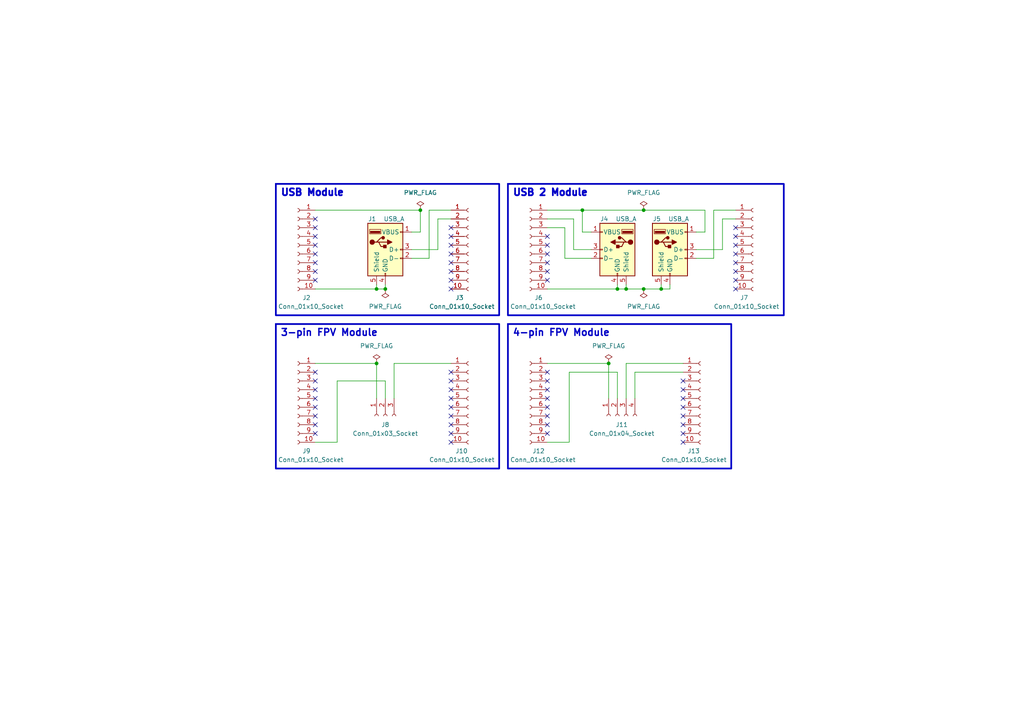
<source format=kicad_sch>
(kicad_sch (version 20230121) (generator eeschema)
  (paper "A4")
  (title_block (title "Modular Interfaces No GigE for Bitcraze Crazyflie 2.0") (date "2023-10-06") (company "Jose Ignacio Granados Marín") (comment 1 "Desarrollo de un vehículo aéreo no tripulado modular de bajo costo") (comment 2 "Trabajo Final de Graduación") (comment 3 "Área Académica de Ingeniería en Computadores") (comment 4 "Instituto Tecnológico de Costa Rica"))
  (lib_symbols
    (symbol "Connector:Conn_01x03_Socket" (pin_names (offset 1.016) hide)
      (property "Reference" "J" (at 0 5.08 0))
      (property "Value" "Conn_01x03_Socket" (at 0 -5.08 0))
      (symbol "Conn_01x03_Socket_1_1"
        (arc (start 0 -2.032) (mid -0.5058 -2.54) (end 0 -3.048) (stroke (width 0.1524)))
        (polyline (pts (xy -1.27 -2.54) (xy -0.508 -2.54)) (stroke (width 0.1524)))
        (polyline (pts (xy -1.27 0) (xy -0.508 0)) (stroke (width 0.1524)))
        (polyline (pts (xy -1.27 2.54) (xy -0.508 2.54)) (stroke (width 0.1524)))
        (arc (start 0 0.508) (mid -0.5058 0) (end 0 -0.508) (stroke (width 0.1524)))
        (arc (start 0 3.048) (mid -0.5058 2.54) (end 0 2.032) (stroke (width 0.1524)))
        (pin passive line (at -5.08 2.54 0) (length 3.81) (name "Pin_1") (number "1"))
        (pin passive line (at -5.08 0 0) (length 3.81) (name "Pin_2") (number "2"))
        (pin passive line (at -5.08 -2.54 0) (length 3.81) (name "Pin_3") (number "3"))
      )
    )
    (symbol "Connector:Conn_01x04_Socket" (pin_names (offset 1.016) hide)
      (property "Reference" "J" (at 0 5.08 0))
      (property "Value" "Conn_01x04_Socket" (at 0 -7.62 0))
      (symbol "Conn_01x04_Socket_1_1"
        (arc (start 0 -4.572) (mid -0.5058 -5.08) (end 0 -5.588) (stroke (width 0.1524)))
        (arc (start 0 -2.032) (mid -0.5058 -2.54) (end 0 -3.048) (stroke (width 0.1524)))
        (polyline (pts (xy -1.27 -5.08) (xy -0.508 -5.08)) (stroke (width 0.1524)))
        (polyline (pts (xy -1.27 -2.54) (xy -0.508 -2.54)) (stroke (width 0.1524)))
        (polyline (pts (xy -1.27 0) (xy -0.508 0)) (stroke (width 0.1524)))
        (polyline (pts (xy -1.27 2.54) (xy -0.508 2.54)) (stroke (width 0.1524)))
        (arc (start 0 0.508) (mid -0.5058 0) (end 0 -0.508) (stroke (width 0.1524)))
        (arc (start 0 3.048) (mid -0.5058 2.54) (end 0 2.032) (stroke (width 0.1524)))
        (pin passive line (at -5.08 2.54 0) (length 3.81) (name "Pin_1") (number "1"))
        (pin passive line (at -5.08 0 0) (length 3.81) (name "Pin_2") (number "2"))
        (pin passive line (at -5.08 -2.54 0) (length 3.81) (name "Pin_3") (number "3"))
        (pin passive line (at -5.08 -5.08 0) (length 3.81) (name "Pin_4") (number "4"))
      )
    )
    (symbol "Connector:Conn_01x10_Socket" (pin_names (offset 1.016) hide)
      (property "Reference" "J" (at 0 12.7 0))
      (property "Value" "Conn_01x10_Socket" (at 0 -15.24 0))
      (symbol "Conn_01x10_Socket_1_1"
        (arc (start 0 -12.192) (mid -0.5058 -12.7) (end 0 -13.208) (stroke (width 0.1524)))
        (arc (start 0 -9.652) (mid -0.5058 -10.16) (end 0 -10.668) (stroke (width 0.1524)))
        (arc (start 0 -7.112) (mid -0.5058 -7.62) (end 0 -8.128) (stroke (width 0.1524)))
        (arc (start 0 -4.572) (mid -0.5058 -5.08) (end 0 -5.588) (stroke (width 0.1524)))
        (arc (start 0 -2.032) (mid -0.5058 -2.54) (end 0 -3.048) (stroke (width 0.1524)))
        (polyline (pts (xy -1.27 -12.7) (xy -0.508 -12.7)) (stroke (width 0.1524)))
        (polyline (pts (xy -1.27 -10.16) (xy -0.508 -10.16)) (stroke (width 0.1524)))
        (polyline (pts (xy -1.27 -7.62) (xy -0.508 -7.62)) (stroke (width 0.1524)))
        (polyline (pts (xy -1.27 -5.08) (xy -0.508 -5.08)) (stroke (width 0.1524)))
        (polyline (pts (xy -1.27 -2.54) (xy -0.508 -2.54)) (stroke (width 0.1524)))
        (polyline (pts (xy -1.27 0) (xy -0.508 0)) (stroke (width 0.1524)))
        (polyline (pts (xy -1.27 2.54) (xy -0.508 2.54)) (stroke (width 0.1524)))
        (polyline (pts (xy -1.27 5.08) (xy -0.508 5.08)) (stroke (width 0.1524)))
        (polyline (pts (xy -1.27 7.62) (xy -0.508 7.62)) (stroke (width 0.1524)))
        (polyline (pts (xy -1.27 10.16) (xy -0.508 10.16)) (stroke (width 0.1524)))
        (arc (start 0 0.508) (mid -0.5058 0) (end 0 -0.508) (stroke (width 0.1524)))
        (arc (start 0 3.048) (mid -0.5058 2.54) (end 0 2.032) (stroke (width 0.1524)))
        (arc (start 0 5.588) (mid -0.5058 5.08) (end 0 4.572) (stroke (width 0.1524)))
        (arc (start 0 8.128) (mid -0.5058 7.62) (end 0 7.112) (stroke (width 0.1524)))
        (arc (start 0 10.668) (mid -0.5058 10.16) (end 0 9.652) (stroke (width 0.1524)))
        (pin passive line (at -5.08 10.16 0) (length 3.81) (name "Pin_1") (number "1"))
        (pin passive line (at -5.08 -12.7 0) (length 3.81) (name "Pin_10") (number "10"))
        (pin passive line (at -5.08 7.62 0) (length 3.81) (name "Pin_2") (number "2"))
        (pin passive line (at -5.08 5.08 0) (length 3.81) (name "Pin_3") (number "3"))
        (pin passive line (at -5.08 2.54 0) (length 3.81) (name "Pin_4") (number "4"))
        (pin passive line (at -5.08 0 0) (length 3.81) (name "Pin_5") (number "5"))
        (pin passive line (at -5.08 -2.54 0) (length 3.81) (name "Pin_6") (number "6"))
        (pin passive line (at -5.08 -5.08 0) (length 3.81) (name "Pin_7") (number "7"))
        (pin passive line (at -5.08 -7.62 0) (length 3.81) (name "Pin_8") (number "8"))
        (pin passive line (at -5.08 -10.16 0) (length 3.81) (name "Pin_9") (number "9"))
      )
    )
    (symbol "Connector:USB_A" (pin_names (offset 1.016))
      (property "Reference" "J" (at -5.08 11.43 0))
      (property "Value" "USB_A" (at -5.08 8.89 0))
      (symbol "USB_A_0_1"
        (rectangle (start -5.08 -7.62) (end 5.08 7.62) (stroke (width 0.254)) (fill (type background)))
        (circle (center -3.81 2.159) (radius 0.635) (stroke (width 0.254)) (fill (type outline)))
        (rectangle (start -1.524 4.826) (end -4.318 5.334) (fill (type outline)))
        (rectangle (start -1.27 4.572) (end -4.572 5.842))
        (circle (center -0.635 3.429) (radius 0.381) (stroke (width 0.254)) (fill (type outline)))
        (rectangle (start -0.127 -7.62) (end 0.127 -6.858))
        (polyline (pts (xy -3.175 2.159) (xy -2.54 2.159) (xy -1.27 3.429) (xy -0.635 3.429)) (stroke (width 0.254)))
        (polyline (pts (xy -2.54 2.159) (xy -1.905 2.159) (xy -1.27 0.889) (xy 0 0.889)) (stroke (width 0.254)))
        (polyline (pts (xy 0.635 2.794) (xy 0.635 1.524) (xy 1.905 2.159) (xy 0.635 2.794)) (stroke (width 0.254)) (fill (type outline)))
        (rectangle (start 0.254 1.27) (end -0.508 0.508) (stroke (width 0.254)) (fill (type outline)))
        (rectangle (start 5.08 -2.667) (end 4.318 -2.413))
        (rectangle (start 5.08 -0.127) (end 4.318 0.127))
        (rectangle (start 5.08 4.953) (end 4.318 5.207))
      )
      (symbol "USB_A_1_1"
        (polyline (pts (xy -1.905 2.159) (xy 0.635 2.159)) (stroke (width 0.254)))
        (pin power_in line (at 7.62 5.08 180) (length 2.54) (name "VBUS") (number "1"))
        (pin bidirectional line (at 7.62 -2.54 180) (length 2.54) (name "D-") (number "2"))
        (pin bidirectional line (at 7.62 0 180) (length 2.54) (name "D+") (number "3"))
        (pin power_in line (at 0 -10.16 90) (length 2.54) (name "GND") (number "4"))
        (pin passive line (at -2.54 -10.16 90) (length 2.54) (name "Shield") (number "5"))
      )
    )
    (symbol "power:PWR_FLAG" (power) (pin_numbers hide) (pin_names (offset 0) hide)
      (property "Value" "PWR_FLAG" (at 0 3.81 0))
      (symbol "PWR_FLAG_0_0"
        (pin power_out line (at 0 0 90) (length 0) (name "pwr") (number "1"))
      )
      (symbol "PWR_FLAG_0_1"
        (polyline (pts (xy 0 0) (xy 0 1.27) (xy -1.016 1.905) (xy 0 2.54) (xy 1.016 1.905) (xy 0 1.27)))
      )
    )
  )
  (junction (at 111.76 83.82))
  (junction (at 179.07 83.82))
  (junction (at 186.69 83.82))
  (junction (at 191.77 83.82))
  (junction (at 168.91 60.96))
  (junction (at 181.61 83.82))
  (junction (at 121.92 60.96))
  (junction (at 186.69 60.96))
  (junction (at 109.22 105.41))
  (junction (at 109.22 83.82))
  (junction (at 176.53 105.41))
  (no_connect (at 130.81 113.03))
  (no_connect (at 130.81 115.57))
  (no_connect (at 158.75 107.95))
  (no_connect (at 130.81 128.27))
  (no_connect (at 130.81 120.65))
  (no_connect (at 130.81 83.82))
  (no_connect (at 158.75 73.66))
  (no_connect (at 198.12 120.65))
  (no_connect (at 91.44 107.95))
  (no_connect (at 130.81 123.19))
  (no_connect (at 91.44 63.5))
  (no_connect (at 213.36 68.58))
  (no_connect (at 91.44 68.58))
  (no_connect (at 198.12 115.57))
  (no_connect (at 158.75 113.03))
  (no_connect (at 91.44 76.2))
  (no_connect (at 198.12 118.11))
  (no_connect (at 198.12 110.49))
  (no_connect (at 158.75 110.49))
  (no_connect (at 213.36 81.28))
  (no_connect (at 91.44 66.04))
  (no_connect (at 130.81 81.28))
  (no_connect (at 198.12 125.73))
  (no_connect (at 130.81 78.74))
  (no_connect (at 213.36 66.04))
  (no_connect (at 91.44 110.49))
  (no_connect (at 130.81 110.49))
  (no_connect (at 158.75 71.12))
  (no_connect (at 158.75 118.11))
  (no_connect (at 213.36 73.66))
  (no_connect (at 158.75 120.65))
  (no_connect (at 91.44 125.73))
  (no_connect (at 130.81 71.12))
  (no_connect (at 130.81 118.11))
  (no_connect (at 158.75 123.19))
  (no_connect (at 130.81 73.66))
  (no_connect (at 91.44 113.03))
  (no_connect (at 91.44 78.74))
  (no_connect (at 91.44 118.11))
  (no_connect (at 130.81 76.2))
  (no_connect (at 158.75 76.2))
  (no_connect (at 158.75 115.57))
  (no_connect (at 158.75 68.58))
  (no_connect (at 158.75 125.73))
  (no_connect (at 91.44 123.19))
  (no_connect (at 198.12 113.03))
  (no_connect (at 158.75 81.28))
  (no_connect (at 130.81 125.73))
  (no_connect (at 91.44 73.66))
  (no_connect (at 130.81 68.58))
  (no_connect (at 198.12 123.19))
  (no_connect (at 91.44 115.57))
  (no_connect (at 130.81 107.95))
  (no_connect (at 198.12 128.27))
  (no_connect (at 91.44 81.28))
  (no_connect (at 213.36 76.2))
  (no_connect (at 213.36 71.12))
  (no_connect (at 158.75 78.74))
  (no_connect (at 213.36 83.82))
  (no_connect (at 213.36 78.74))
  (no_connect (at 130.81 66.04))
  (no_connect (at 91.44 71.12))
  (no_connect (at 91.44 120.65))
  (wire (pts (xy 168.91 60.96) (xy 158.75 60.96)))
  (wire (pts (xy 186.69 60.96) (xy 168.91 60.96)))
  (wire (pts (xy 127 72.39) (xy 127 63.5)))
  (wire (pts (xy 109.22 115.57) (xy 109.22 105.41)))
  (wire (pts (xy 163.83 66.04) (xy 158.75 66.04)))
  (wire (pts (xy 181.61 115.57) (xy 181.61 105.41)))
  (wire (pts (xy 179.07 115.57) (xy 179.07 107.95)))
  (wire (pts (xy 204.47 67.31) (xy 204.47 60.96)))
  (wire (pts (xy 119.38 72.39) (xy 127 72.39)))
  (wire (pts (xy 179.07 107.95) (xy 165.1 107.95)))
  (wire (pts (xy 165.1 107.95) (xy 165.1 128.27)))
  (wire (pts (xy 165.1 128.27) (xy 158.75 128.27)))
  (wire (pts (xy 179.07 83.82) (xy 158.75 83.82)))
  (wire (pts (xy 97.79 128.27) (xy 91.44 128.27)))
  (wire (pts (xy 111.76 115.57) (xy 111.76 110.49)))
  (wire (pts (xy 184.15 107.95) (xy 198.12 107.95)))
  (wire (pts (xy 186.69 83.82) (xy 181.61 83.82)))
  (wire (pts (xy 201.93 72.39) (xy 209.55 72.39)))
  (wire (pts (xy 181.61 105.41) (xy 198.12 105.41)))
  (wire (pts (xy 186.69 60.96) (xy 204.47 60.96)))
  (wire (pts (xy 109.22 105.41) (xy 91.44 105.41)))
  (wire (pts (xy 209.55 63.5) (xy 213.36 63.5)))
  (wire (pts (xy 171.45 72.39) (xy 166.37 72.39)))
  (wire (pts (xy 204.47 67.31) (xy 201.93 67.31)))
  (wire (pts (xy 179.07 82.55) (xy 179.07 83.82)))
  (wire (pts (xy 166.37 63.5) (xy 158.75 63.5)))
  (wire (pts (xy 97.79 110.49) (xy 97.79 128.27)))
  (wire (pts (xy 176.53 115.57) (xy 176.53 105.41)))
  (wire (pts (xy 119.38 74.93) (xy 124.46 74.93)))
  (wire (pts (xy 186.69 83.82) (xy 191.77 83.82)))
  (wire (pts (xy 176.53 105.41) (xy 158.75 105.41)))
  (wire (pts (xy 207.01 60.96) (xy 213.36 60.96)))
  (wire (pts (xy 124.46 74.93) (xy 124.46 60.96)))
  (wire (pts (xy 166.37 72.39) (xy 166.37 63.5)))
  (wire (pts (xy 109.22 83.82) (xy 91.44 83.82)))
  (wire (pts (xy 181.61 83.82) (xy 179.07 83.82)))
  (wire (pts (xy 121.92 60.96) (xy 91.44 60.96)))
  (wire (pts (xy 184.15 115.57) (xy 184.15 107.95)))
  (wire (pts (xy 114.3 115.57) (xy 114.3 105.41)))
  (wire (pts (xy 127 63.5) (xy 130.81 63.5)))
  (wire (pts (xy 191.77 82.55) (xy 191.77 83.82)))
  (wire (pts (xy 111.76 110.49) (xy 97.79 110.49)))
  (wire (pts (xy 121.92 67.31) (xy 121.92 60.96)))
  (wire (pts (xy 194.31 82.55) (xy 194.31 83.82)))
  (wire (pts (xy 124.46 60.96) (xy 130.81 60.96)))
  (wire (pts (xy 121.92 67.31) (xy 119.38 67.31)))
  (wire (pts (xy 194.31 83.82) (xy 191.77 83.82)))
  (wire (pts (xy 163.83 74.93) (xy 163.83 66.04)))
  (wire (pts (xy 114.3 105.41) (xy 130.81 105.41)))
  (wire (pts (xy 207.01 74.93) (xy 207.01 60.96)))
  (wire (pts (xy 209.55 72.39) (xy 209.55 63.5)))
  (wire (pts (xy 111.76 83.82) (xy 109.22 83.82)))
  (wire (pts (xy 171.45 74.93) (xy 163.83 74.93)))
  (wire (pts (xy 109.22 82.55) (xy 109.22 83.82)))
  (wire (pts (xy 111.76 82.55) (xy 111.76 83.82)))
  (wire (pts (xy 201.93 74.93) (xy 207.01 74.93)))
  (wire (pts (xy 181.61 82.55) (xy 181.61 83.82)))
  (wire (pts (xy 168.91 60.96) (xy 168.91 67.31)))
  (wire (pts (xy 171.45 67.31) (xy 168.91 67.31)))
  (rectangle (start 147.32 93.98) (end 212.09 135.89) (stroke (width 0.5)))
  (rectangle (start 80.01 53.34) (end 144.78 91.44) (stroke (width 0.5)))
  (rectangle (start 80.01 93.98) (end 144.78 135.89) (stroke (width 0.5)))
  (rectangle (start 147.32 53.34) (end 227.33 91.44) (stroke (width 0.5)))
  (text "4-pin FPV Module" (at 148.59 97.79 0) (effects (font (size 2 2) (thickness 0.4) bold) (justify left bottom)))
  (text "USB Module" (at 81.28 57.15 0) (effects (font (size 2 2) (thickness 0.8) bold) (justify left bottom)))
  (text "3-pin FPV Module" (at 81.28 97.79 0) (effects (font (size 2 2) (thickness 0.4) bold) (justify left bottom)))
  (text "USB 2 Module" (at 148.59 57.15 0) (effects (font (size 2 2) (thickness 0.8) bold) (justify left bottom)))
  (symbol (lib_id "Connector:Conn_01x03_Socket") (at 111.76 120.65 90) (mirror x) (unit 1)
    (property "Reference" "J8" (at 111.76 123.19 90))
    (property "Value" "Conn_01x03_Socket" (at 111.76 125.73 90))
    (property "Footprint" "Connector_JST:JST_XH_B3B-XH-A_1x03_P2.50mm_Vertical" (effects hide))
  )
  (symbol (lib_id "Connector:Conn_01x10_Socket") (at 135.89 115.57 0) (unit 1)
    (property "Reference" "J10" (at 132.08 130.81 0) (effects (justify left)))
    (property "Value" "Conn_01x10_Socket" (at 124.46 133.35 0) (effects (justify left)))
    (property "Footprint" "Connector_PinSocket_2.00mm:PinSocket_1x10_P2.00mm_Vertical" (effects hide))
  )
  (symbol (lib_id "power:PWR_FLAG") (at 186.69 60.96 0) (unit 1)
    (property "Reference" "#FLG04" (effects hide))
    (property "Value" "PWR_FLAG" (at 186.69 55.88 0))
  )
  (symbol (lib_id "power:PWR_FLAG") (at 109.22 105.41 0) (unit 1)
    (property "Reference" "#FLG02" (effects hide))
    (property "Value" "PWR_FLAG" (at 109.22 100.33 0))
  )
  (symbol (lib_id "Connector:Conn_01x10_Socket") (at 86.36 115.57 0) (mirror y) (unit 1)
    (property "Reference" "J9" (at 88.9 130.81 0))
    (property "Value" "Conn_01x10_Socket" (at 90.17 133.35 0))
    (property "Footprint" "Connector_PinSocket_2.00mm:PinSocket_1x10_P2.00mm_Vertical" (effects hide))
  )
  (symbol (lib_id "power:PWR_FLAG") (at 121.92 60.96 0) (unit 1)
    (property "Reference" "#FLG06" (effects hide))
    (property "Value" "PWR_FLAG" (at 121.92 55.88 0))
  )
  (symbol (lib_id "Connector:Conn_01x10_Socket") (at 203.2 115.57 0) (unit 1)
    (property "Reference" "J13" (at 199.39 130.81 0) (effects (justify left)))
    (property "Value" "Conn_01x10_Socket" (at 191.77 133.35 0) (effects (justify left)))
    (property "Footprint" "Connector_PinSocket_2.00mm:PinSocket_1x10_P2.00mm_Vertical" (effects hide))
  )
  (symbol (lib_id "power:PWR_FLAG") (at 111.76 83.82 180) (unit 1)
    (property "Reference" "#FLG03" (effects hide))
    (property "Value" "PWR_FLAG" (at 111.76 88.9 0))
  )
  (symbol (lib_id "Connector:Conn_01x10_Socket") (at 153.67 71.12 0) (mirror y) (unit 1)
    (property "Reference" "J6" (at 156.21 86.36 0))
    (property "Value" "Conn_01x10_Socket" (at 157.48 88.9 0))
    (property "Footprint" "Connector_PinSocket_2.00mm:PinSocket_1x10_P2.00mm_Vertical" (effects hide))
  )
  (symbol (lib_id "Connector:Conn_01x10_Socket") (at 218.44 71.12 0) (unit 1)
    (property "Reference" "J7" (at 214.63 86.36 0) (effects (justify left)))
    (property "Value" "Conn_01x10_Socket" (at 207.01 88.9 0) (effects (justify left)))
    (property "Footprint" "Connector_PinSocket_2.00mm:PinSocket_1x10_P2.00mm_Vertical" (effects hide))
  )
  (symbol (lib_id "Connector:Conn_01x04_Socket") (at 179.07 120.65 90) (mirror x) (unit 1)
    (property "Reference" "J11" (at 180.34 123.19 90))
    (property "Value" "Conn_01x04_Socket" (at 180.34 125.73 90))
    (property "Footprint" "Connector_JST:JST_XH_B4B-XH-A_1x04_P2.50mm_Vertical" (effects hide))
  )
  (symbol (lib_id "power:PWR_FLAG") (at 186.69 83.82 180) (unit 1)
    (property "Reference" "#FLG05" (effects hide))
    (property "Value" "PWR_FLAG" (at 186.69 88.9 0))
  )
  (symbol (lib_id "Connector:USB_A") (at 179.07 72.39 0) (mirror y) (unit 1)
    (property "Reference" "J4" (at 175.26 63.5 0))
    (property "Value" "USB_A" (at 181.61 63.5 0))
    (property "Footprint" "Connector_USB:USB_A_Stewart_SS-52100-001_Horizontal" (effects hide))
    (property "Datasheet" " ~" (effects hide))
  )
  (symbol (lib_id "power:PWR_FLAG") (at 176.53 105.41 0) (unit 1)
    (property "Reference" "#FLG01" (effects hide))
    (property "Value" "PWR_FLAG" (at 176.53 100.33 0))
  )
  (symbol (lib_id "Connector:Conn_01x10_Socket") (at 153.67 115.57 0) (mirror y) (unit 1)
    (property "Reference" "J12" (at 156.21 130.81 0))
    (property "Value" "Conn_01x10_Socket" (at 157.48 133.35 0))
    (property "Footprint" "Connector_PinSocket_2.00mm:PinSocket_1x10_P2.00mm_Vertical" (effects hide))
  )
  (symbol (lib_id "Connector:Conn_01x10_Socket") (at 135.89 71.12 0) (unit 1)
    (property "Reference" "J3" (at 132.08 86.36 0) (effects (justify left)))
    (property "Value" "Conn_01x10_Socket" (at 124.46 88.9 0) (effects (justify left)))
    (property "Footprint" "Connector_PinSocket_2.00mm:PinSocket_1x10_P2.00mm_Vertical" (effects hide))
  )
  (symbol (lib_id "Connector:USB_A") (at 194.31 72.39 0) (unit 1)
    (property "Reference" "J5" (at 190.5 63.5 0))
    (property "Value" "USB_A" (at 196.85 63.5 0))
    (property "Footprint" "Connector_USB:USB_A_Stewart_SS-52100-001_Horizontal" (effects hide))
    (property "Datasheet" " ~" (effects hide))
  )
  (symbol (lib_id "Connector:Conn_01x10_Socket") (at 86.36 71.12 0) (mirror y) (unit 1)
    (property "Reference" "J2" (at 88.9 86.36 0))
    (property "Value" "Conn_01x10_Socket" (at 90.17 88.9 0))
    (property "Footprint" "Connector_PinSocket_2.00mm:PinSocket_1x10_P2.00mm_Vertical" (effects hide))
  )
  (symbol (lib_id "Connector:USB_A") (at 111.76 72.39 0) (unit 1)
    (property "Reference" "J1" (at 107.95 63.5 0))
    (property "Value" "USB_A" (at 114.3 63.5 0))
    (property "Footprint" "Connector_USB:USB_A_Stewart_SS-52100-001_Horizontal" (effects hide))
    (property "Datasheet" " ~" (effects hide))
  )
)
</source>
